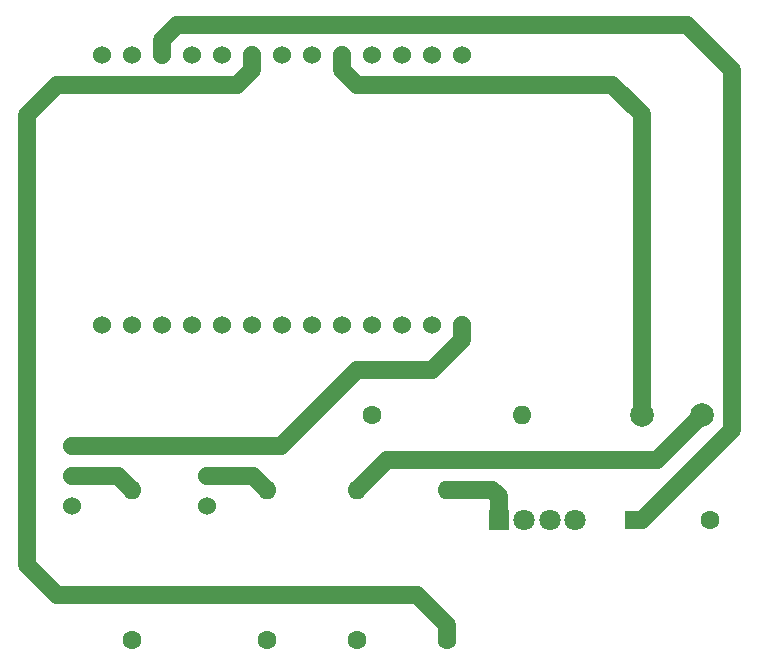
<source format=gtl>
G04 #@! TF.GenerationSoftware,KiCad,Pcbnew,(6.0.2)*
G04 #@! TF.CreationDate,2022-06-07T20:46:00+01:00*
G04 #@! TF.ProjectId,Smart_Door_Sensor,536d6172-745f-4446-9f6f-725f53656e73,rev?*
G04 #@! TF.SameCoordinates,Original*
G04 #@! TF.FileFunction,Copper,L1,Top*
G04 #@! TF.FilePolarity,Positive*
%FSLAX46Y46*%
G04 Gerber Fmt 4.6, Leading zero omitted, Abs format (unit mm)*
G04 Created by KiCad (PCBNEW (6.0.2)) date 2022-06-07 20:46:00*
%MOMM*%
%LPD*%
G01*
G04 APERTURE LIST*
G04 #@! TA.AperFunction,ComponentPad*
%ADD10C,1.524000*%
G04 #@! TD*
G04 #@! TA.AperFunction,ComponentPad*
%ADD11C,1.600000*%
G04 #@! TD*
G04 #@! TA.AperFunction,ComponentPad*
%ADD12O,1.600000X1.600000*%
G04 #@! TD*
G04 #@! TA.AperFunction,ComponentPad*
%ADD13C,2.000000*%
G04 #@! TD*
G04 #@! TA.AperFunction,ComponentPad*
%ADD14R,1.600000X1.600000*%
G04 #@! TD*
G04 #@! TA.AperFunction,ComponentPad*
%ADD15R,1.800000X1.800000*%
G04 #@! TD*
G04 #@! TA.AperFunction,ComponentPad*
%ADD16C,1.800000*%
G04 #@! TD*
G04 #@! TA.AperFunction,Conductor*
%ADD17C,1.500000*%
G04 #@! TD*
G04 APERTURE END LIST*
D10*
X62230000Y-106775000D03*
X62230000Y-109315000D03*
X62230000Y-111855000D03*
X73660000Y-106775000D03*
X73660000Y-109315000D03*
X73660000Y-111855000D03*
D11*
X67310000Y-123190000D03*
D12*
X67310000Y-110490000D03*
D11*
X87630000Y-104140000D03*
D12*
X100330000Y-104140000D03*
D13*
X110460000Y-104140000D03*
X115540000Y-104140000D03*
D14*
X109780000Y-113030000D03*
D11*
X116280000Y-113030000D03*
X78740000Y-123190000D03*
D12*
X78740000Y-110490000D03*
D11*
X86360000Y-123190000D03*
D12*
X86360000Y-110490000D03*
D10*
X95250000Y-73660000D03*
X92710000Y-73660000D03*
X90170000Y-73660000D03*
X87630000Y-73660000D03*
X85090000Y-73660000D03*
X82550000Y-73660000D03*
X80010000Y-73660000D03*
X77470000Y-73660000D03*
X74930000Y-73660000D03*
X72390000Y-73660000D03*
X69850000Y-73660000D03*
X67310000Y-73660000D03*
X64770000Y-73660000D03*
X64770000Y-96520000D03*
X67310000Y-96520000D03*
X69850000Y-96520000D03*
X72390000Y-96520000D03*
X74930000Y-96520000D03*
X77470000Y-96520000D03*
X80010000Y-96520000D03*
X82550000Y-96520000D03*
X85090000Y-96520000D03*
X87630000Y-96520000D03*
X90170000Y-96520000D03*
X92710000Y-96520000D03*
X95250000Y-96520000D03*
D15*
X98360000Y-113030000D03*
D16*
X100519000Y-113030000D03*
X102678000Y-113030000D03*
X104837000Y-113030000D03*
D11*
X93980000Y-123190000D03*
D12*
X93980000Y-110490000D03*
D17*
X98360000Y-111060000D02*
X97790000Y-110490000D01*
X98360000Y-113030000D02*
X98360000Y-111060000D01*
X97790000Y-110490000D02*
X93980000Y-110490000D01*
X62230000Y-109315000D02*
X66135000Y-109315000D01*
X66135000Y-109315000D02*
X67310000Y-110490000D01*
X77565000Y-109315000D02*
X78740000Y-110490000D01*
X73660000Y-109315000D02*
X77565000Y-109315000D01*
X58420000Y-116840000D02*
X58420000Y-78740000D01*
X93980000Y-123190000D02*
X93980000Y-121920000D01*
X58420000Y-78740000D02*
X60960000Y-76200000D01*
X77470000Y-74930000D02*
X77470000Y-73660000D01*
X93980000Y-121920000D02*
X91440000Y-119380000D01*
X91440000Y-119380000D02*
X60960000Y-119380000D01*
X60960000Y-76200000D02*
X76200000Y-76200000D01*
X60960000Y-119380000D02*
X58420000Y-116840000D01*
X76200000Y-76200000D02*
X77470000Y-74930000D01*
X111730000Y-107950000D02*
X88900000Y-107950000D01*
X88900000Y-107950000D02*
X86360000Y-110490000D01*
X115540000Y-104140000D02*
X111730000Y-107950000D01*
X95250000Y-97790000D02*
X95250000Y-96520000D01*
X92710000Y-100330000D02*
X95250000Y-97790000D01*
X86360000Y-100330000D02*
X92710000Y-100330000D01*
X73660000Y-106775000D02*
X79915000Y-106775000D01*
X62230000Y-106775000D02*
X73660000Y-106775000D01*
X79915000Y-106775000D02*
X86360000Y-100330000D01*
X110460000Y-104140000D02*
X110460000Y-78710000D01*
X86360000Y-76200000D02*
X85090000Y-74930000D01*
X85090000Y-74930000D02*
X85090000Y-73660000D01*
X110460000Y-78710000D02*
X107950000Y-76200000D01*
X107950000Y-76200000D02*
X86360000Y-76200000D01*
X109780000Y-113030000D02*
X110490000Y-113030000D01*
X118110000Y-105410000D02*
X118110000Y-74930000D01*
X118110000Y-74930000D02*
X114300000Y-71120000D01*
X71120000Y-71120000D02*
X69850000Y-72390000D01*
X69850000Y-72390000D02*
X69850000Y-73660000D01*
X110490000Y-113030000D02*
X118110000Y-105410000D01*
X114300000Y-71120000D02*
X71120000Y-71120000D01*
M02*

</source>
